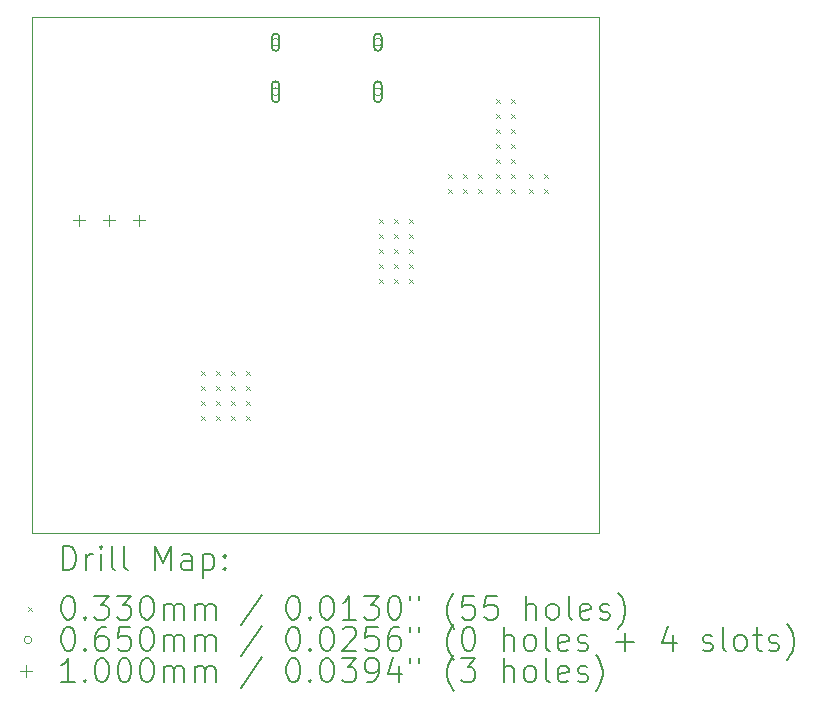
<source format=gbr>
%TF.GenerationSoftware,KiCad,Pcbnew,7.0.5*%
%TF.CreationDate,2024-02-25T22:18:29+02:00*%
%TF.ProjectId,WTP_receiver,5754505f-7265-4636-9569-7665722e6b69,rev?*%
%TF.SameCoordinates,Original*%
%TF.FileFunction,Drillmap*%
%TF.FilePolarity,Positive*%
%FSLAX45Y45*%
G04 Gerber Fmt 4.5, Leading zero omitted, Abs format (unit mm)*
G04 Created by KiCad (PCBNEW 7.0.5) date 2024-02-25 22:18:29*
%MOMM*%
%LPD*%
G01*
G04 APERTURE LIST*
%ADD10C,0.100000*%
%ADD11C,0.200000*%
%ADD12C,0.033020*%
%ADD13C,0.065000*%
G04 APERTURE END LIST*
D10*
X5700000Y-1642800D02*
X10500000Y-1642800D01*
X10500000Y-6004600D01*
X5700000Y-6004600D01*
X5700000Y-1642800D01*
D11*
D12*
X7127490Y-4633490D02*
X7160510Y-4666510D01*
X7160510Y-4633490D02*
X7127490Y-4666510D01*
X7127490Y-4760490D02*
X7160510Y-4793510D01*
X7160510Y-4760490D02*
X7127490Y-4793510D01*
X7127490Y-4887490D02*
X7160510Y-4920510D01*
X7160510Y-4887490D02*
X7127490Y-4920510D01*
X7127490Y-5014490D02*
X7160510Y-5047510D01*
X7160510Y-5014490D02*
X7127490Y-5047510D01*
X7254490Y-4633490D02*
X7287510Y-4666510D01*
X7287510Y-4633490D02*
X7254490Y-4666510D01*
X7254490Y-4760490D02*
X7287510Y-4793510D01*
X7287510Y-4760490D02*
X7254490Y-4793510D01*
X7254490Y-4887490D02*
X7287510Y-4920510D01*
X7287510Y-4887490D02*
X7254490Y-4920510D01*
X7254490Y-5014490D02*
X7287510Y-5047510D01*
X7287510Y-5014490D02*
X7254490Y-5047510D01*
X7381490Y-4633490D02*
X7414510Y-4666510D01*
X7414510Y-4633490D02*
X7381490Y-4666510D01*
X7381490Y-4760490D02*
X7414510Y-4793510D01*
X7414510Y-4760490D02*
X7381490Y-4793510D01*
X7381490Y-4887490D02*
X7414510Y-4920510D01*
X7414510Y-4887490D02*
X7381490Y-4920510D01*
X7381490Y-5014490D02*
X7414510Y-5047510D01*
X7414510Y-5014490D02*
X7381490Y-5047510D01*
X7508490Y-4633490D02*
X7541510Y-4666510D01*
X7541510Y-4633490D02*
X7508490Y-4666510D01*
X7508490Y-4760490D02*
X7541510Y-4793510D01*
X7541510Y-4760490D02*
X7508490Y-4793510D01*
X7508490Y-4887490D02*
X7541510Y-4920510D01*
X7541510Y-4887490D02*
X7508490Y-4920510D01*
X7508490Y-5014490D02*
X7541510Y-5047510D01*
X7541510Y-5014490D02*
X7508490Y-5047510D01*
X8631290Y-3351890D02*
X8664310Y-3384910D01*
X8664310Y-3351890D02*
X8631290Y-3384910D01*
X8631290Y-3478890D02*
X8664310Y-3511910D01*
X8664310Y-3478890D02*
X8631290Y-3511910D01*
X8631290Y-3605890D02*
X8664310Y-3638910D01*
X8664310Y-3605890D02*
X8631290Y-3638910D01*
X8631290Y-3732890D02*
X8664310Y-3765910D01*
X8664310Y-3732890D02*
X8631290Y-3765910D01*
X8631290Y-3859890D02*
X8664310Y-3892910D01*
X8664310Y-3859890D02*
X8631290Y-3892910D01*
X8758290Y-3351890D02*
X8791310Y-3384910D01*
X8791310Y-3351890D02*
X8758290Y-3384910D01*
X8758290Y-3478890D02*
X8791310Y-3511910D01*
X8791310Y-3478890D02*
X8758290Y-3511910D01*
X8758290Y-3605890D02*
X8791310Y-3638910D01*
X8791310Y-3605890D02*
X8758290Y-3638910D01*
X8758290Y-3732890D02*
X8791310Y-3765910D01*
X8791310Y-3732890D02*
X8758290Y-3765910D01*
X8758290Y-3859890D02*
X8791310Y-3892910D01*
X8791310Y-3859890D02*
X8758290Y-3892910D01*
X8885290Y-3351890D02*
X8918310Y-3384910D01*
X8918310Y-3351890D02*
X8885290Y-3384910D01*
X8885290Y-3478890D02*
X8918310Y-3511910D01*
X8918310Y-3478890D02*
X8885290Y-3511910D01*
X8885290Y-3605890D02*
X8918310Y-3638910D01*
X8918310Y-3605890D02*
X8885290Y-3638910D01*
X8885290Y-3732890D02*
X8918310Y-3765910D01*
X8918310Y-3732890D02*
X8885290Y-3765910D01*
X8885290Y-3859890D02*
X8918310Y-3892910D01*
X8918310Y-3859890D02*
X8885290Y-3892910D01*
X9215490Y-2970890D02*
X9248510Y-3003910D01*
X9248510Y-2970890D02*
X9215490Y-3003910D01*
X9215490Y-3097890D02*
X9248510Y-3130910D01*
X9248510Y-3097890D02*
X9215490Y-3130910D01*
X9342490Y-2970890D02*
X9375510Y-3003910D01*
X9375510Y-2970890D02*
X9342490Y-3003910D01*
X9342490Y-3097890D02*
X9375510Y-3130910D01*
X9375510Y-3097890D02*
X9342490Y-3130910D01*
X9469490Y-2970890D02*
X9502510Y-3003910D01*
X9502510Y-2970890D02*
X9469490Y-3003910D01*
X9469490Y-3097890D02*
X9502510Y-3130910D01*
X9502510Y-3097890D02*
X9469490Y-3130910D01*
X9621890Y-2335890D02*
X9654910Y-2368910D01*
X9654910Y-2335890D02*
X9621890Y-2368910D01*
X9621890Y-2462890D02*
X9654910Y-2495910D01*
X9654910Y-2462890D02*
X9621890Y-2495910D01*
X9621890Y-2589890D02*
X9654910Y-2622910D01*
X9654910Y-2589890D02*
X9621890Y-2622910D01*
X9621890Y-2716890D02*
X9654910Y-2749910D01*
X9654910Y-2716890D02*
X9621890Y-2749910D01*
X9621890Y-2843890D02*
X9654910Y-2876910D01*
X9654910Y-2843890D02*
X9621890Y-2876910D01*
X9621890Y-2970890D02*
X9654910Y-3003910D01*
X9654910Y-2970890D02*
X9621890Y-3003910D01*
X9621890Y-3097890D02*
X9654910Y-3130910D01*
X9654910Y-3097890D02*
X9621890Y-3130910D01*
X9748890Y-2335890D02*
X9781910Y-2368910D01*
X9781910Y-2335890D02*
X9748890Y-2368910D01*
X9748890Y-2462890D02*
X9781910Y-2495910D01*
X9781910Y-2462890D02*
X9748890Y-2495910D01*
X9748890Y-2589890D02*
X9781910Y-2622910D01*
X9781910Y-2589890D02*
X9748890Y-2622910D01*
X9748890Y-2716890D02*
X9781910Y-2749910D01*
X9781910Y-2716890D02*
X9748890Y-2749910D01*
X9748890Y-2843890D02*
X9781910Y-2876910D01*
X9781910Y-2843890D02*
X9748890Y-2876910D01*
X9748890Y-2970890D02*
X9781910Y-3003910D01*
X9781910Y-2970890D02*
X9748890Y-3003910D01*
X9748890Y-3097890D02*
X9781910Y-3130910D01*
X9781910Y-3097890D02*
X9748890Y-3130910D01*
X9901290Y-2970890D02*
X9934310Y-3003910D01*
X9934310Y-2970890D02*
X9901290Y-3003910D01*
X9901290Y-3097890D02*
X9934310Y-3130910D01*
X9934310Y-3097890D02*
X9901290Y-3130910D01*
X10028290Y-2970890D02*
X10061310Y-3003910D01*
X10061310Y-2970890D02*
X10028290Y-3003910D01*
X10028290Y-3097890D02*
X10061310Y-3130910D01*
X10061310Y-3097890D02*
X10028290Y-3130910D01*
D13*
X7791925Y-1852500D02*
G75*
G03*
X7791925Y-1852500I-32500J0D01*
G01*
D11*
X7791925Y-1893775D02*
X7791925Y-1811225D01*
X7791925Y-1811225D02*
G75*
G03*
X7726925Y-1811225I-32500J0D01*
G01*
X7726925Y-1811225D02*
X7726925Y-1893775D01*
X7726925Y-1893775D02*
G75*
G03*
X7791925Y-1893775I32500J0D01*
G01*
D13*
X7791925Y-2272500D02*
G75*
G03*
X7791925Y-2272500I-32500J0D01*
G01*
D11*
X7791925Y-2328775D02*
X7791925Y-2216225D01*
X7791925Y-2216225D02*
G75*
G03*
X7726925Y-2216225I-32500J0D01*
G01*
X7726925Y-2216225D02*
X7726925Y-2328775D01*
X7726925Y-2328775D02*
G75*
G03*
X7791925Y-2328775I32500J0D01*
G01*
D13*
X8656925Y-1852500D02*
G75*
G03*
X8656925Y-1852500I-32500J0D01*
G01*
D11*
X8656925Y-1893775D02*
X8656925Y-1811225D01*
X8656925Y-1811225D02*
G75*
G03*
X8591925Y-1811225I-32500J0D01*
G01*
X8591925Y-1811225D02*
X8591925Y-1893775D01*
X8591925Y-1893775D02*
G75*
G03*
X8656925Y-1893775I32500J0D01*
G01*
D13*
X8656925Y-2272500D02*
G75*
G03*
X8656925Y-2272500I-32500J0D01*
G01*
D11*
X8656925Y-2328775D02*
X8656925Y-2216225D01*
X8656925Y-2216225D02*
G75*
G03*
X8591925Y-2216225I-32500J0D01*
G01*
X8591925Y-2216225D02*
X8591925Y-2328775D01*
X8591925Y-2328775D02*
G75*
G03*
X8656925Y-2328775I32500J0D01*
G01*
D10*
X6096000Y-3312200D02*
X6096000Y-3412200D01*
X6046000Y-3362200D02*
X6146000Y-3362200D01*
X6350000Y-3312200D02*
X6350000Y-3412200D01*
X6300000Y-3362200D02*
X6400000Y-3362200D01*
X6604000Y-3312200D02*
X6604000Y-3412200D01*
X6554000Y-3362200D02*
X6654000Y-3362200D01*
D11*
X5955777Y-6321084D02*
X5955777Y-6121084D01*
X5955777Y-6121084D02*
X6003396Y-6121084D01*
X6003396Y-6121084D02*
X6031967Y-6130608D01*
X6031967Y-6130608D02*
X6051015Y-6149655D01*
X6051015Y-6149655D02*
X6060539Y-6168703D01*
X6060539Y-6168703D02*
X6070062Y-6206798D01*
X6070062Y-6206798D02*
X6070062Y-6235369D01*
X6070062Y-6235369D02*
X6060539Y-6273465D01*
X6060539Y-6273465D02*
X6051015Y-6292512D01*
X6051015Y-6292512D02*
X6031967Y-6311560D01*
X6031967Y-6311560D02*
X6003396Y-6321084D01*
X6003396Y-6321084D02*
X5955777Y-6321084D01*
X6155777Y-6321084D02*
X6155777Y-6187750D01*
X6155777Y-6225846D02*
X6165301Y-6206798D01*
X6165301Y-6206798D02*
X6174824Y-6197274D01*
X6174824Y-6197274D02*
X6193872Y-6187750D01*
X6193872Y-6187750D02*
X6212920Y-6187750D01*
X6279586Y-6321084D02*
X6279586Y-6187750D01*
X6279586Y-6121084D02*
X6270062Y-6130608D01*
X6270062Y-6130608D02*
X6279586Y-6140131D01*
X6279586Y-6140131D02*
X6289110Y-6130608D01*
X6289110Y-6130608D02*
X6279586Y-6121084D01*
X6279586Y-6121084D02*
X6279586Y-6140131D01*
X6403396Y-6321084D02*
X6384348Y-6311560D01*
X6384348Y-6311560D02*
X6374824Y-6292512D01*
X6374824Y-6292512D02*
X6374824Y-6121084D01*
X6508158Y-6321084D02*
X6489110Y-6311560D01*
X6489110Y-6311560D02*
X6479586Y-6292512D01*
X6479586Y-6292512D02*
X6479586Y-6121084D01*
X6736729Y-6321084D02*
X6736729Y-6121084D01*
X6736729Y-6121084D02*
X6803396Y-6263941D01*
X6803396Y-6263941D02*
X6870062Y-6121084D01*
X6870062Y-6121084D02*
X6870062Y-6321084D01*
X7051015Y-6321084D02*
X7051015Y-6216322D01*
X7051015Y-6216322D02*
X7041491Y-6197274D01*
X7041491Y-6197274D02*
X7022443Y-6187750D01*
X7022443Y-6187750D02*
X6984348Y-6187750D01*
X6984348Y-6187750D02*
X6965301Y-6197274D01*
X7051015Y-6311560D02*
X7031967Y-6321084D01*
X7031967Y-6321084D02*
X6984348Y-6321084D01*
X6984348Y-6321084D02*
X6965301Y-6311560D01*
X6965301Y-6311560D02*
X6955777Y-6292512D01*
X6955777Y-6292512D02*
X6955777Y-6273465D01*
X6955777Y-6273465D02*
X6965301Y-6254417D01*
X6965301Y-6254417D02*
X6984348Y-6244893D01*
X6984348Y-6244893D02*
X7031967Y-6244893D01*
X7031967Y-6244893D02*
X7051015Y-6235369D01*
X7146253Y-6187750D02*
X7146253Y-6387750D01*
X7146253Y-6197274D02*
X7165301Y-6187750D01*
X7165301Y-6187750D02*
X7203396Y-6187750D01*
X7203396Y-6187750D02*
X7222443Y-6197274D01*
X7222443Y-6197274D02*
X7231967Y-6206798D01*
X7231967Y-6206798D02*
X7241491Y-6225846D01*
X7241491Y-6225846D02*
X7241491Y-6282988D01*
X7241491Y-6282988D02*
X7231967Y-6302036D01*
X7231967Y-6302036D02*
X7222443Y-6311560D01*
X7222443Y-6311560D02*
X7203396Y-6321084D01*
X7203396Y-6321084D02*
X7165301Y-6321084D01*
X7165301Y-6321084D02*
X7146253Y-6311560D01*
X7327205Y-6302036D02*
X7336729Y-6311560D01*
X7336729Y-6311560D02*
X7327205Y-6321084D01*
X7327205Y-6321084D02*
X7317682Y-6311560D01*
X7317682Y-6311560D02*
X7327205Y-6302036D01*
X7327205Y-6302036D02*
X7327205Y-6321084D01*
X7327205Y-6197274D02*
X7336729Y-6206798D01*
X7336729Y-6206798D02*
X7327205Y-6216322D01*
X7327205Y-6216322D02*
X7317682Y-6206798D01*
X7317682Y-6206798D02*
X7327205Y-6197274D01*
X7327205Y-6197274D02*
X7327205Y-6216322D01*
D12*
X5661980Y-6633090D02*
X5695000Y-6666110D01*
X5695000Y-6633090D02*
X5661980Y-6666110D01*
D11*
X5993872Y-6541084D02*
X6012920Y-6541084D01*
X6012920Y-6541084D02*
X6031967Y-6550608D01*
X6031967Y-6550608D02*
X6041491Y-6560131D01*
X6041491Y-6560131D02*
X6051015Y-6579179D01*
X6051015Y-6579179D02*
X6060539Y-6617274D01*
X6060539Y-6617274D02*
X6060539Y-6664893D01*
X6060539Y-6664893D02*
X6051015Y-6702988D01*
X6051015Y-6702988D02*
X6041491Y-6722036D01*
X6041491Y-6722036D02*
X6031967Y-6731560D01*
X6031967Y-6731560D02*
X6012920Y-6741084D01*
X6012920Y-6741084D02*
X5993872Y-6741084D01*
X5993872Y-6741084D02*
X5974824Y-6731560D01*
X5974824Y-6731560D02*
X5965301Y-6722036D01*
X5965301Y-6722036D02*
X5955777Y-6702988D01*
X5955777Y-6702988D02*
X5946253Y-6664893D01*
X5946253Y-6664893D02*
X5946253Y-6617274D01*
X5946253Y-6617274D02*
X5955777Y-6579179D01*
X5955777Y-6579179D02*
X5965301Y-6560131D01*
X5965301Y-6560131D02*
X5974824Y-6550608D01*
X5974824Y-6550608D02*
X5993872Y-6541084D01*
X6146253Y-6722036D02*
X6155777Y-6731560D01*
X6155777Y-6731560D02*
X6146253Y-6741084D01*
X6146253Y-6741084D02*
X6136729Y-6731560D01*
X6136729Y-6731560D02*
X6146253Y-6722036D01*
X6146253Y-6722036D02*
X6146253Y-6741084D01*
X6222443Y-6541084D02*
X6346253Y-6541084D01*
X6346253Y-6541084D02*
X6279586Y-6617274D01*
X6279586Y-6617274D02*
X6308158Y-6617274D01*
X6308158Y-6617274D02*
X6327205Y-6626798D01*
X6327205Y-6626798D02*
X6336729Y-6636322D01*
X6336729Y-6636322D02*
X6346253Y-6655369D01*
X6346253Y-6655369D02*
X6346253Y-6702988D01*
X6346253Y-6702988D02*
X6336729Y-6722036D01*
X6336729Y-6722036D02*
X6327205Y-6731560D01*
X6327205Y-6731560D02*
X6308158Y-6741084D01*
X6308158Y-6741084D02*
X6251015Y-6741084D01*
X6251015Y-6741084D02*
X6231967Y-6731560D01*
X6231967Y-6731560D02*
X6222443Y-6722036D01*
X6412920Y-6541084D02*
X6536729Y-6541084D01*
X6536729Y-6541084D02*
X6470062Y-6617274D01*
X6470062Y-6617274D02*
X6498634Y-6617274D01*
X6498634Y-6617274D02*
X6517682Y-6626798D01*
X6517682Y-6626798D02*
X6527205Y-6636322D01*
X6527205Y-6636322D02*
X6536729Y-6655369D01*
X6536729Y-6655369D02*
X6536729Y-6702988D01*
X6536729Y-6702988D02*
X6527205Y-6722036D01*
X6527205Y-6722036D02*
X6517682Y-6731560D01*
X6517682Y-6731560D02*
X6498634Y-6741084D01*
X6498634Y-6741084D02*
X6441491Y-6741084D01*
X6441491Y-6741084D02*
X6422443Y-6731560D01*
X6422443Y-6731560D02*
X6412920Y-6722036D01*
X6660539Y-6541084D02*
X6679586Y-6541084D01*
X6679586Y-6541084D02*
X6698634Y-6550608D01*
X6698634Y-6550608D02*
X6708158Y-6560131D01*
X6708158Y-6560131D02*
X6717682Y-6579179D01*
X6717682Y-6579179D02*
X6727205Y-6617274D01*
X6727205Y-6617274D02*
X6727205Y-6664893D01*
X6727205Y-6664893D02*
X6717682Y-6702988D01*
X6717682Y-6702988D02*
X6708158Y-6722036D01*
X6708158Y-6722036D02*
X6698634Y-6731560D01*
X6698634Y-6731560D02*
X6679586Y-6741084D01*
X6679586Y-6741084D02*
X6660539Y-6741084D01*
X6660539Y-6741084D02*
X6641491Y-6731560D01*
X6641491Y-6731560D02*
X6631967Y-6722036D01*
X6631967Y-6722036D02*
X6622443Y-6702988D01*
X6622443Y-6702988D02*
X6612920Y-6664893D01*
X6612920Y-6664893D02*
X6612920Y-6617274D01*
X6612920Y-6617274D02*
X6622443Y-6579179D01*
X6622443Y-6579179D02*
X6631967Y-6560131D01*
X6631967Y-6560131D02*
X6641491Y-6550608D01*
X6641491Y-6550608D02*
X6660539Y-6541084D01*
X6812920Y-6741084D02*
X6812920Y-6607750D01*
X6812920Y-6626798D02*
X6822443Y-6617274D01*
X6822443Y-6617274D02*
X6841491Y-6607750D01*
X6841491Y-6607750D02*
X6870063Y-6607750D01*
X6870063Y-6607750D02*
X6889110Y-6617274D01*
X6889110Y-6617274D02*
X6898634Y-6636322D01*
X6898634Y-6636322D02*
X6898634Y-6741084D01*
X6898634Y-6636322D02*
X6908158Y-6617274D01*
X6908158Y-6617274D02*
X6927205Y-6607750D01*
X6927205Y-6607750D02*
X6955777Y-6607750D01*
X6955777Y-6607750D02*
X6974824Y-6617274D01*
X6974824Y-6617274D02*
X6984348Y-6636322D01*
X6984348Y-6636322D02*
X6984348Y-6741084D01*
X7079586Y-6741084D02*
X7079586Y-6607750D01*
X7079586Y-6626798D02*
X7089110Y-6617274D01*
X7089110Y-6617274D02*
X7108158Y-6607750D01*
X7108158Y-6607750D02*
X7136729Y-6607750D01*
X7136729Y-6607750D02*
X7155777Y-6617274D01*
X7155777Y-6617274D02*
X7165301Y-6636322D01*
X7165301Y-6636322D02*
X7165301Y-6741084D01*
X7165301Y-6636322D02*
X7174824Y-6617274D01*
X7174824Y-6617274D02*
X7193872Y-6607750D01*
X7193872Y-6607750D02*
X7222443Y-6607750D01*
X7222443Y-6607750D02*
X7241491Y-6617274D01*
X7241491Y-6617274D02*
X7251015Y-6636322D01*
X7251015Y-6636322D02*
X7251015Y-6741084D01*
X7641491Y-6531560D02*
X7470063Y-6788703D01*
X7898634Y-6541084D02*
X7917682Y-6541084D01*
X7917682Y-6541084D02*
X7936729Y-6550608D01*
X7936729Y-6550608D02*
X7946253Y-6560131D01*
X7946253Y-6560131D02*
X7955777Y-6579179D01*
X7955777Y-6579179D02*
X7965301Y-6617274D01*
X7965301Y-6617274D02*
X7965301Y-6664893D01*
X7965301Y-6664893D02*
X7955777Y-6702988D01*
X7955777Y-6702988D02*
X7946253Y-6722036D01*
X7946253Y-6722036D02*
X7936729Y-6731560D01*
X7936729Y-6731560D02*
X7917682Y-6741084D01*
X7917682Y-6741084D02*
X7898634Y-6741084D01*
X7898634Y-6741084D02*
X7879586Y-6731560D01*
X7879586Y-6731560D02*
X7870063Y-6722036D01*
X7870063Y-6722036D02*
X7860539Y-6702988D01*
X7860539Y-6702988D02*
X7851015Y-6664893D01*
X7851015Y-6664893D02*
X7851015Y-6617274D01*
X7851015Y-6617274D02*
X7860539Y-6579179D01*
X7860539Y-6579179D02*
X7870063Y-6560131D01*
X7870063Y-6560131D02*
X7879586Y-6550608D01*
X7879586Y-6550608D02*
X7898634Y-6541084D01*
X8051015Y-6722036D02*
X8060539Y-6731560D01*
X8060539Y-6731560D02*
X8051015Y-6741084D01*
X8051015Y-6741084D02*
X8041491Y-6731560D01*
X8041491Y-6731560D02*
X8051015Y-6722036D01*
X8051015Y-6722036D02*
X8051015Y-6741084D01*
X8184348Y-6541084D02*
X8203396Y-6541084D01*
X8203396Y-6541084D02*
X8222444Y-6550608D01*
X8222444Y-6550608D02*
X8231967Y-6560131D01*
X8231967Y-6560131D02*
X8241491Y-6579179D01*
X8241491Y-6579179D02*
X8251015Y-6617274D01*
X8251015Y-6617274D02*
X8251015Y-6664893D01*
X8251015Y-6664893D02*
X8241491Y-6702988D01*
X8241491Y-6702988D02*
X8231967Y-6722036D01*
X8231967Y-6722036D02*
X8222444Y-6731560D01*
X8222444Y-6731560D02*
X8203396Y-6741084D01*
X8203396Y-6741084D02*
X8184348Y-6741084D01*
X8184348Y-6741084D02*
X8165301Y-6731560D01*
X8165301Y-6731560D02*
X8155777Y-6722036D01*
X8155777Y-6722036D02*
X8146253Y-6702988D01*
X8146253Y-6702988D02*
X8136729Y-6664893D01*
X8136729Y-6664893D02*
X8136729Y-6617274D01*
X8136729Y-6617274D02*
X8146253Y-6579179D01*
X8146253Y-6579179D02*
X8155777Y-6560131D01*
X8155777Y-6560131D02*
X8165301Y-6550608D01*
X8165301Y-6550608D02*
X8184348Y-6541084D01*
X8441491Y-6741084D02*
X8327206Y-6741084D01*
X8384348Y-6741084D02*
X8384348Y-6541084D01*
X8384348Y-6541084D02*
X8365301Y-6569655D01*
X8365301Y-6569655D02*
X8346253Y-6588703D01*
X8346253Y-6588703D02*
X8327206Y-6598227D01*
X8508158Y-6541084D02*
X8631968Y-6541084D01*
X8631968Y-6541084D02*
X8565301Y-6617274D01*
X8565301Y-6617274D02*
X8593872Y-6617274D01*
X8593872Y-6617274D02*
X8612920Y-6626798D01*
X8612920Y-6626798D02*
X8622444Y-6636322D01*
X8622444Y-6636322D02*
X8631968Y-6655369D01*
X8631968Y-6655369D02*
X8631968Y-6702988D01*
X8631968Y-6702988D02*
X8622444Y-6722036D01*
X8622444Y-6722036D02*
X8612920Y-6731560D01*
X8612920Y-6731560D02*
X8593872Y-6741084D01*
X8593872Y-6741084D02*
X8536729Y-6741084D01*
X8536729Y-6741084D02*
X8517682Y-6731560D01*
X8517682Y-6731560D02*
X8508158Y-6722036D01*
X8755777Y-6541084D02*
X8774825Y-6541084D01*
X8774825Y-6541084D02*
X8793872Y-6550608D01*
X8793872Y-6550608D02*
X8803396Y-6560131D01*
X8803396Y-6560131D02*
X8812920Y-6579179D01*
X8812920Y-6579179D02*
X8822444Y-6617274D01*
X8822444Y-6617274D02*
X8822444Y-6664893D01*
X8822444Y-6664893D02*
X8812920Y-6702988D01*
X8812920Y-6702988D02*
X8803396Y-6722036D01*
X8803396Y-6722036D02*
X8793872Y-6731560D01*
X8793872Y-6731560D02*
X8774825Y-6741084D01*
X8774825Y-6741084D02*
X8755777Y-6741084D01*
X8755777Y-6741084D02*
X8736729Y-6731560D01*
X8736729Y-6731560D02*
X8727206Y-6722036D01*
X8727206Y-6722036D02*
X8717682Y-6702988D01*
X8717682Y-6702988D02*
X8708158Y-6664893D01*
X8708158Y-6664893D02*
X8708158Y-6617274D01*
X8708158Y-6617274D02*
X8717682Y-6579179D01*
X8717682Y-6579179D02*
X8727206Y-6560131D01*
X8727206Y-6560131D02*
X8736729Y-6550608D01*
X8736729Y-6550608D02*
X8755777Y-6541084D01*
X8898634Y-6541084D02*
X8898634Y-6579179D01*
X8974825Y-6541084D02*
X8974825Y-6579179D01*
X9270063Y-6817274D02*
X9260539Y-6807750D01*
X9260539Y-6807750D02*
X9241491Y-6779179D01*
X9241491Y-6779179D02*
X9231968Y-6760131D01*
X9231968Y-6760131D02*
X9222444Y-6731560D01*
X9222444Y-6731560D02*
X9212920Y-6683941D01*
X9212920Y-6683941D02*
X9212920Y-6645846D01*
X9212920Y-6645846D02*
X9222444Y-6598227D01*
X9222444Y-6598227D02*
X9231968Y-6569655D01*
X9231968Y-6569655D02*
X9241491Y-6550608D01*
X9241491Y-6550608D02*
X9260539Y-6522036D01*
X9260539Y-6522036D02*
X9270063Y-6512512D01*
X9441491Y-6541084D02*
X9346253Y-6541084D01*
X9346253Y-6541084D02*
X9336730Y-6636322D01*
X9336730Y-6636322D02*
X9346253Y-6626798D01*
X9346253Y-6626798D02*
X9365301Y-6617274D01*
X9365301Y-6617274D02*
X9412920Y-6617274D01*
X9412920Y-6617274D02*
X9431968Y-6626798D01*
X9431968Y-6626798D02*
X9441491Y-6636322D01*
X9441491Y-6636322D02*
X9451015Y-6655369D01*
X9451015Y-6655369D02*
X9451015Y-6702988D01*
X9451015Y-6702988D02*
X9441491Y-6722036D01*
X9441491Y-6722036D02*
X9431968Y-6731560D01*
X9431968Y-6731560D02*
X9412920Y-6741084D01*
X9412920Y-6741084D02*
X9365301Y-6741084D01*
X9365301Y-6741084D02*
X9346253Y-6731560D01*
X9346253Y-6731560D02*
X9336730Y-6722036D01*
X9631968Y-6541084D02*
X9536730Y-6541084D01*
X9536730Y-6541084D02*
X9527206Y-6636322D01*
X9527206Y-6636322D02*
X9536730Y-6626798D01*
X9536730Y-6626798D02*
X9555777Y-6617274D01*
X9555777Y-6617274D02*
X9603396Y-6617274D01*
X9603396Y-6617274D02*
X9622444Y-6626798D01*
X9622444Y-6626798D02*
X9631968Y-6636322D01*
X9631968Y-6636322D02*
X9641491Y-6655369D01*
X9641491Y-6655369D02*
X9641491Y-6702988D01*
X9641491Y-6702988D02*
X9631968Y-6722036D01*
X9631968Y-6722036D02*
X9622444Y-6731560D01*
X9622444Y-6731560D02*
X9603396Y-6741084D01*
X9603396Y-6741084D02*
X9555777Y-6741084D01*
X9555777Y-6741084D02*
X9536730Y-6731560D01*
X9536730Y-6731560D02*
X9527206Y-6722036D01*
X9879587Y-6741084D02*
X9879587Y-6541084D01*
X9965301Y-6741084D02*
X9965301Y-6636322D01*
X9965301Y-6636322D02*
X9955777Y-6617274D01*
X9955777Y-6617274D02*
X9936730Y-6607750D01*
X9936730Y-6607750D02*
X9908158Y-6607750D01*
X9908158Y-6607750D02*
X9889111Y-6617274D01*
X9889111Y-6617274D02*
X9879587Y-6626798D01*
X10089111Y-6741084D02*
X10070063Y-6731560D01*
X10070063Y-6731560D02*
X10060539Y-6722036D01*
X10060539Y-6722036D02*
X10051015Y-6702988D01*
X10051015Y-6702988D02*
X10051015Y-6645846D01*
X10051015Y-6645846D02*
X10060539Y-6626798D01*
X10060539Y-6626798D02*
X10070063Y-6617274D01*
X10070063Y-6617274D02*
X10089111Y-6607750D01*
X10089111Y-6607750D02*
X10117682Y-6607750D01*
X10117682Y-6607750D02*
X10136730Y-6617274D01*
X10136730Y-6617274D02*
X10146253Y-6626798D01*
X10146253Y-6626798D02*
X10155777Y-6645846D01*
X10155777Y-6645846D02*
X10155777Y-6702988D01*
X10155777Y-6702988D02*
X10146253Y-6722036D01*
X10146253Y-6722036D02*
X10136730Y-6731560D01*
X10136730Y-6731560D02*
X10117682Y-6741084D01*
X10117682Y-6741084D02*
X10089111Y-6741084D01*
X10270063Y-6741084D02*
X10251015Y-6731560D01*
X10251015Y-6731560D02*
X10241492Y-6712512D01*
X10241492Y-6712512D02*
X10241492Y-6541084D01*
X10422444Y-6731560D02*
X10403396Y-6741084D01*
X10403396Y-6741084D02*
X10365301Y-6741084D01*
X10365301Y-6741084D02*
X10346253Y-6731560D01*
X10346253Y-6731560D02*
X10336730Y-6712512D01*
X10336730Y-6712512D02*
X10336730Y-6636322D01*
X10336730Y-6636322D02*
X10346253Y-6617274D01*
X10346253Y-6617274D02*
X10365301Y-6607750D01*
X10365301Y-6607750D02*
X10403396Y-6607750D01*
X10403396Y-6607750D02*
X10422444Y-6617274D01*
X10422444Y-6617274D02*
X10431968Y-6636322D01*
X10431968Y-6636322D02*
X10431968Y-6655369D01*
X10431968Y-6655369D02*
X10336730Y-6674417D01*
X10508158Y-6731560D02*
X10527206Y-6741084D01*
X10527206Y-6741084D02*
X10565301Y-6741084D01*
X10565301Y-6741084D02*
X10584349Y-6731560D01*
X10584349Y-6731560D02*
X10593873Y-6712512D01*
X10593873Y-6712512D02*
X10593873Y-6702988D01*
X10593873Y-6702988D02*
X10584349Y-6683941D01*
X10584349Y-6683941D02*
X10565301Y-6674417D01*
X10565301Y-6674417D02*
X10536730Y-6674417D01*
X10536730Y-6674417D02*
X10517682Y-6664893D01*
X10517682Y-6664893D02*
X10508158Y-6645846D01*
X10508158Y-6645846D02*
X10508158Y-6636322D01*
X10508158Y-6636322D02*
X10517682Y-6617274D01*
X10517682Y-6617274D02*
X10536730Y-6607750D01*
X10536730Y-6607750D02*
X10565301Y-6607750D01*
X10565301Y-6607750D02*
X10584349Y-6617274D01*
X10660539Y-6817274D02*
X10670063Y-6807750D01*
X10670063Y-6807750D02*
X10689111Y-6779179D01*
X10689111Y-6779179D02*
X10698634Y-6760131D01*
X10698634Y-6760131D02*
X10708158Y-6731560D01*
X10708158Y-6731560D02*
X10717682Y-6683941D01*
X10717682Y-6683941D02*
X10717682Y-6645846D01*
X10717682Y-6645846D02*
X10708158Y-6598227D01*
X10708158Y-6598227D02*
X10698634Y-6569655D01*
X10698634Y-6569655D02*
X10689111Y-6550608D01*
X10689111Y-6550608D02*
X10670063Y-6522036D01*
X10670063Y-6522036D02*
X10660539Y-6512512D01*
D13*
X5695000Y-6913600D02*
G75*
G03*
X5695000Y-6913600I-32500J0D01*
G01*
D11*
X5993872Y-6805084D02*
X6012920Y-6805084D01*
X6012920Y-6805084D02*
X6031967Y-6814608D01*
X6031967Y-6814608D02*
X6041491Y-6824131D01*
X6041491Y-6824131D02*
X6051015Y-6843179D01*
X6051015Y-6843179D02*
X6060539Y-6881274D01*
X6060539Y-6881274D02*
X6060539Y-6928893D01*
X6060539Y-6928893D02*
X6051015Y-6966988D01*
X6051015Y-6966988D02*
X6041491Y-6986036D01*
X6041491Y-6986036D02*
X6031967Y-6995560D01*
X6031967Y-6995560D02*
X6012920Y-7005084D01*
X6012920Y-7005084D02*
X5993872Y-7005084D01*
X5993872Y-7005084D02*
X5974824Y-6995560D01*
X5974824Y-6995560D02*
X5965301Y-6986036D01*
X5965301Y-6986036D02*
X5955777Y-6966988D01*
X5955777Y-6966988D02*
X5946253Y-6928893D01*
X5946253Y-6928893D02*
X5946253Y-6881274D01*
X5946253Y-6881274D02*
X5955777Y-6843179D01*
X5955777Y-6843179D02*
X5965301Y-6824131D01*
X5965301Y-6824131D02*
X5974824Y-6814608D01*
X5974824Y-6814608D02*
X5993872Y-6805084D01*
X6146253Y-6986036D02*
X6155777Y-6995560D01*
X6155777Y-6995560D02*
X6146253Y-7005084D01*
X6146253Y-7005084D02*
X6136729Y-6995560D01*
X6136729Y-6995560D02*
X6146253Y-6986036D01*
X6146253Y-6986036D02*
X6146253Y-7005084D01*
X6327205Y-6805084D02*
X6289110Y-6805084D01*
X6289110Y-6805084D02*
X6270062Y-6814608D01*
X6270062Y-6814608D02*
X6260539Y-6824131D01*
X6260539Y-6824131D02*
X6241491Y-6852703D01*
X6241491Y-6852703D02*
X6231967Y-6890798D01*
X6231967Y-6890798D02*
X6231967Y-6966988D01*
X6231967Y-6966988D02*
X6241491Y-6986036D01*
X6241491Y-6986036D02*
X6251015Y-6995560D01*
X6251015Y-6995560D02*
X6270062Y-7005084D01*
X6270062Y-7005084D02*
X6308158Y-7005084D01*
X6308158Y-7005084D02*
X6327205Y-6995560D01*
X6327205Y-6995560D02*
X6336729Y-6986036D01*
X6336729Y-6986036D02*
X6346253Y-6966988D01*
X6346253Y-6966988D02*
X6346253Y-6919369D01*
X6346253Y-6919369D02*
X6336729Y-6900322D01*
X6336729Y-6900322D02*
X6327205Y-6890798D01*
X6327205Y-6890798D02*
X6308158Y-6881274D01*
X6308158Y-6881274D02*
X6270062Y-6881274D01*
X6270062Y-6881274D02*
X6251015Y-6890798D01*
X6251015Y-6890798D02*
X6241491Y-6900322D01*
X6241491Y-6900322D02*
X6231967Y-6919369D01*
X6527205Y-6805084D02*
X6431967Y-6805084D01*
X6431967Y-6805084D02*
X6422443Y-6900322D01*
X6422443Y-6900322D02*
X6431967Y-6890798D01*
X6431967Y-6890798D02*
X6451015Y-6881274D01*
X6451015Y-6881274D02*
X6498634Y-6881274D01*
X6498634Y-6881274D02*
X6517682Y-6890798D01*
X6517682Y-6890798D02*
X6527205Y-6900322D01*
X6527205Y-6900322D02*
X6536729Y-6919369D01*
X6536729Y-6919369D02*
X6536729Y-6966988D01*
X6536729Y-6966988D02*
X6527205Y-6986036D01*
X6527205Y-6986036D02*
X6517682Y-6995560D01*
X6517682Y-6995560D02*
X6498634Y-7005084D01*
X6498634Y-7005084D02*
X6451015Y-7005084D01*
X6451015Y-7005084D02*
X6431967Y-6995560D01*
X6431967Y-6995560D02*
X6422443Y-6986036D01*
X6660539Y-6805084D02*
X6679586Y-6805084D01*
X6679586Y-6805084D02*
X6698634Y-6814608D01*
X6698634Y-6814608D02*
X6708158Y-6824131D01*
X6708158Y-6824131D02*
X6717682Y-6843179D01*
X6717682Y-6843179D02*
X6727205Y-6881274D01*
X6727205Y-6881274D02*
X6727205Y-6928893D01*
X6727205Y-6928893D02*
X6717682Y-6966988D01*
X6717682Y-6966988D02*
X6708158Y-6986036D01*
X6708158Y-6986036D02*
X6698634Y-6995560D01*
X6698634Y-6995560D02*
X6679586Y-7005084D01*
X6679586Y-7005084D02*
X6660539Y-7005084D01*
X6660539Y-7005084D02*
X6641491Y-6995560D01*
X6641491Y-6995560D02*
X6631967Y-6986036D01*
X6631967Y-6986036D02*
X6622443Y-6966988D01*
X6622443Y-6966988D02*
X6612920Y-6928893D01*
X6612920Y-6928893D02*
X6612920Y-6881274D01*
X6612920Y-6881274D02*
X6622443Y-6843179D01*
X6622443Y-6843179D02*
X6631967Y-6824131D01*
X6631967Y-6824131D02*
X6641491Y-6814608D01*
X6641491Y-6814608D02*
X6660539Y-6805084D01*
X6812920Y-7005084D02*
X6812920Y-6871750D01*
X6812920Y-6890798D02*
X6822443Y-6881274D01*
X6822443Y-6881274D02*
X6841491Y-6871750D01*
X6841491Y-6871750D02*
X6870063Y-6871750D01*
X6870063Y-6871750D02*
X6889110Y-6881274D01*
X6889110Y-6881274D02*
X6898634Y-6900322D01*
X6898634Y-6900322D02*
X6898634Y-7005084D01*
X6898634Y-6900322D02*
X6908158Y-6881274D01*
X6908158Y-6881274D02*
X6927205Y-6871750D01*
X6927205Y-6871750D02*
X6955777Y-6871750D01*
X6955777Y-6871750D02*
X6974824Y-6881274D01*
X6974824Y-6881274D02*
X6984348Y-6900322D01*
X6984348Y-6900322D02*
X6984348Y-7005084D01*
X7079586Y-7005084D02*
X7079586Y-6871750D01*
X7079586Y-6890798D02*
X7089110Y-6881274D01*
X7089110Y-6881274D02*
X7108158Y-6871750D01*
X7108158Y-6871750D02*
X7136729Y-6871750D01*
X7136729Y-6871750D02*
X7155777Y-6881274D01*
X7155777Y-6881274D02*
X7165301Y-6900322D01*
X7165301Y-6900322D02*
X7165301Y-7005084D01*
X7165301Y-6900322D02*
X7174824Y-6881274D01*
X7174824Y-6881274D02*
X7193872Y-6871750D01*
X7193872Y-6871750D02*
X7222443Y-6871750D01*
X7222443Y-6871750D02*
X7241491Y-6881274D01*
X7241491Y-6881274D02*
X7251015Y-6900322D01*
X7251015Y-6900322D02*
X7251015Y-7005084D01*
X7641491Y-6795560D02*
X7470063Y-7052703D01*
X7898634Y-6805084D02*
X7917682Y-6805084D01*
X7917682Y-6805084D02*
X7936729Y-6814608D01*
X7936729Y-6814608D02*
X7946253Y-6824131D01*
X7946253Y-6824131D02*
X7955777Y-6843179D01*
X7955777Y-6843179D02*
X7965301Y-6881274D01*
X7965301Y-6881274D02*
X7965301Y-6928893D01*
X7965301Y-6928893D02*
X7955777Y-6966988D01*
X7955777Y-6966988D02*
X7946253Y-6986036D01*
X7946253Y-6986036D02*
X7936729Y-6995560D01*
X7936729Y-6995560D02*
X7917682Y-7005084D01*
X7917682Y-7005084D02*
X7898634Y-7005084D01*
X7898634Y-7005084D02*
X7879586Y-6995560D01*
X7879586Y-6995560D02*
X7870063Y-6986036D01*
X7870063Y-6986036D02*
X7860539Y-6966988D01*
X7860539Y-6966988D02*
X7851015Y-6928893D01*
X7851015Y-6928893D02*
X7851015Y-6881274D01*
X7851015Y-6881274D02*
X7860539Y-6843179D01*
X7860539Y-6843179D02*
X7870063Y-6824131D01*
X7870063Y-6824131D02*
X7879586Y-6814608D01*
X7879586Y-6814608D02*
X7898634Y-6805084D01*
X8051015Y-6986036D02*
X8060539Y-6995560D01*
X8060539Y-6995560D02*
X8051015Y-7005084D01*
X8051015Y-7005084D02*
X8041491Y-6995560D01*
X8041491Y-6995560D02*
X8051015Y-6986036D01*
X8051015Y-6986036D02*
X8051015Y-7005084D01*
X8184348Y-6805084D02*
X8203396Y-6805084D01*
X8203396Y-6805084D02*
X8222444Y-6814608D01*
X8222444Y-6814608D02*
X8231967Y-6824131D01*
X8231967Y-6824131D02*
X8241491Y-6843179D01*
X8241491Y-6843179D02*
X8251015Y-6881274D01*
X8251015Y-6881274D02*
X8251015Y-6928893D01*
X8251015Y-6928893D02*
X8241491Y-6966988D01*
X8241491Y-6966988D02*
X8231967Y-6986036D01*
X8231967Y-6986036D02*
X8222444Y-6995560D01*
X8222444Y-6995560D02*
X8203396Y-7005084D01*
X8203396Y-7005084D02*
X8184348Y-7005084D01*
X8184348Y-7005084D02*
X8165301Y-6995560D01*
X8165301Y-6995560D02*
X8155777Y-6986036D01*
X8155777Y-6986036D02*
X8146253Y-6966988D01*
X8146253Y-6966988D02*
X8136729Y-6928893D01*
X8136729Y-6928893D02*
X8136729Y-6881274D01*
X8136729Y-6881274D02*
X8146253Y-6843179D01*
X8146253Y-6843179D02*
X8155777Y-6824131D01*
X8155777Y-6824131D02*
X8165301Y-6814608D01*
X8165301Y-6814608D02*
X8184348Y-6805084D01*
X8327206Y-6824131D02*
X8336729Y-6814608D01*
X8336729Y-6814608D02*
X8355777Y-6805084D01*
X8355777Y-6805084D02*
X8403396Y-6805084D01*
X8403396Y-6805084D02*
X8422444Y-6814608D01*
X8422444Y-6814608D02*
X8431968Y-6824131D01*
X8431968Y-6824131D02*
X8441491Y-6843179D01*
X8441491Y-6843179D02*
X8441491Y-6862227D01*
X8441491Y-6862227D02*
X8431968Y-6890798D01*
X8431968Y-6890798D02*
X8317682Y-7005084D01*
X8317682Y-7005084D02*
X8441491Y-7005084D01*
X8622444Y-6805084D02*
X8527206Y-6805084D01*
X8527206Y-6805084D02*
X8517682Y-6900322D01*
X8517682Y-6900322D02*
X8527206Y-6890798D01*
X8527206Y-6890798D02*
X8546253Y-6881274D01*
X8546253Y-6881274D02*
X8593872Y-6881274D01*
X8593872Y-6881274D02*
X8612920Y-6890798D01*
X8612920Y-6890798D02*
X8622444Y-6900322D01*
X8622444Y-6900322D02*
X8631968Y-6919369D01*
X8631968Y-6919369D02*
X8631968Y-6966988D01*
X8631968Y-6966988D02*
X8622444Y-6986036D01*
X8622444Y-6986036D02*
X8612920Y-6995560D01*
X8612920Y-6995560D02*
X8593872Y-7005084D01*
X8593872Y-7005084D02*
X8546253Y-7005084D01*
X8546253Y-7005084D02*
X8527206Y-6995560D01*
X8527206Y-6995560D02*
X8517682Y-6986036D01*
X8803396Y-6805084D02*
X8765301Y-6805084D01*
X8765301Y-6805084D02*
X8746253Y-6814608D01*
X8746253Y-6814608D02*
X8736729Y-6824131D01*
X8736729Y-6824131D02*
X8717682Y-6852703D01*
X8717682Y-6852703D02*
X8708158Y-6890798D01*
X8708158Y-6890798D02*
X8708158Y-6966988D01*
X8708158Y-6966988D02*
X8717682Y-6986036D01*
X8717682Y-6986036D02*
X8727206Y-6995560D01*
X8727206Y-6995560D02*
X8746253Y-7005084D01*
X8746253Y-7005084D02*
X8784349Y-7005084D01*
X8784349Y-7005084D02*
X8803396Y-6995560D01*
X8803396Y-6995560D02*
X8812920Y-6986036D01*
X8812920Y-6986036D02*
X8822444Y-6966988D01*
X8822444Y-6966988D02*
X8822444Y-6919369D01*
X8822444Y-6919369D02*
X8812920Y-6900322D01*
X8812920Y-6900322D02*
X8803396Y-6890798D01*
X8803396Y-6890798D02*
X8784349Y-6881274D01*
X8784349Y-6881274D02*
X8746253Y-6881274D01*
X8746253Y-6881274D02*
X8727206Y-6890798D01*
X8727206Y-6890798D02*
X8717682Y-6900322D01*
X8717682Y-6900322D02*
X8708158Y-6919369D01*
X8898634Y-6805084D02*
X8898634Y-6843179D01*
X8974825Y-6805084D02*
X8974825Y-6843179D01*
X9270063Y-7081274D02*
X9260539Y-7071750D01*
X9260539Y-7071750D02*
X9241491Y-7043179D01*
X9241491Y-7043179D02*
X9231968Y-7024131D01*
X9231968Y-7024131D02*
X9222444Y-6995560D01*
X9222444Y-6995560D02*
X9212920Y-6947941D01*
X9212920Y-6947941D02*
X9212920Y-6909846D01*
X9212920Y-6909846D02*
X9222444Y-6862227D01*
X9222444Y-6862227D02*
X9231968Y-6833655D01*
X9231968Y-6833655D02*
X9241491Y-6814608D01*
X9241491Y-6814608D02*
X9260539Y-6786036D01*
X9260539Y-6786036D02*
X9270063Y-6776512D01*
X9384349Y-6805084D02*
X9403396Y-6805084D01*
X9403396Y-6805084D02*
X9422444Y-6814608D01*
X9422444Y-6814608D02*
X9431968Y-6824131D01*
X9431968Y-6824131D02*
X9441491Y-6843179D01*
X9441491Y-6843179D02*
X9451015Y-6881274D01*
X9451015Y-6881274D02*
X9451015Y-6928893D01*
X9451015Y-6928893D02*
X9441491Y-6966988D01*
X9441491Y-6966988D02*
X9431968Y-6986036D01*
X9431968Y-6986036D02*
X9422444Y-6995560D01*
X9422444Y-6995560D02*
X9403396Y-7005084D01*
X9403396Y-7005084D02*
X9384349Y-7005084D01*
X9384349Y-7005084D02*
X9365301Y-6995560D01*
X9365301Y-6995560D02*
X9355777Y-6986036D01*
X9355777Y-6986036D02*
X9346253Y-6966988D01*
X9346253Y-6966988D02*
X9336730Y-6928893D01*
X9336730Y-6928893D02*
X9336730Y-6881274D01*
X9336730Y-6881274D02*
X9346253Y-6843179D01*
X9346253Y-6843179D02*
X9355777Y-6824131D01*
X9355777Y-6824131D02*
X9365301Y-6814608D01*
X9365301Y-6814608D02*
X9384349Y-6805084D01*
X9689111Y-7005084D02*
X9689111Y-6805084D01*
X9774825Y-7005084D02*
X9774825Y-6900322D01*
X9774825Y-6900322D02*
X9765301Y-6881274D01*
X9765301Y-6881274D02*
X9746253Y-6871750D01*
X9746253Y-6871750D02*
X9717682Y-6871750D01*
X9717682Y-6871750D02*
X9698634Y-6881274D01*
X9698634Y-6881274D02*
X9689111Y-6890798D01*
X9898634Y-7005084D02*
X9879587Y-6995560D01*
X9879587Y-6995560D02*
X9870063Y-6986036D01*
X9870063Y-6986036D02*
X9860539Y-6966988D01*
X9860539Y-6966988D02*
X9860539Y-6909846D01*
X9860539Y-6909846D02*
X9870063Y-6890798D01*
X9870063Y-6890798D02*
X9879587Y-6881274D01*
X9879587Y-6881274D02*
X9898634Y-6871750D01*
X9898634Y-6871750D02*
X9927206Y-6871750D01*
X9927206Y-6871750D02*
X9946253Y-6881274D01*
X9946253Y-6881274D02*
X9955777Y-6890798D01*
X9955777Y-6890798D02*
X9965301Y-6909846D01*
X9965301Y-6909846D02*
X9965301Y-6966988D01*
X9965301Y-6966988D02*
X9955777Y-6986036D01*
X9955777Y-6986036D02*
X9946253Y-6995560D01*
X9946253Y-6995560D02*
X9927206Y-7005084D01*
X9927206Y-7005084D02*
X9898634Y-7005084D01*
X10079587Y-7005084D02*
X10060539Y-6995560D01*
X10060539Y-6995560D02*
X10051015Y-6976512D01*
X10051015Y-6976512D02*
X10051015Y-6805084D01*
X10231968Y-6995560D02*
X10212920Y-7005084D01*
X10212920Y-7005084D02*
X10174825Y-7005084D01*
X10174825Y-7005084D02*
X10155777Y-6995560D01*
X10155777Y-6995560D02*
X10146253Y-6976512D01*
X10146253Y-6976512D02*
X10146253Y-6900322D01*
X10146253Y-6900322D02*
X10155777Y-6881274D01*
X10155777Y-6881274D02*
X10174825Y-6871750D01*
X10174825Y-6871750D02*
X10212920Y-6871750D01*
X10212920Y-6871750D02*
X10231968Y-6881274D01*
X10231968Y-6881274D02*
X10241492Y-6900322D01*
X10241492Y-6900322D02*
X10241492Y-6919369D01*
X10241492Y-6919369D02*
X10146253Y-6938417D01*
X10317682Y-6995560D02*
X10336730Y-7005084D01*
X10336730Y-7005084D02*
X10374825Y-7005084D01*
X10374825Y-7005084D02*
X10393873Y-6995560D01*
X10393873Y-6995560D02*
X10403396Y-6976512D01*
X10403396Y-6976512D02*
X10403396Y-6966988D01*
X10403396Y-6966988D02*
X10393873Y-6947941D01*
X10393873Y-6947941D02*
X10374825Y-6938417D01*
X10374825Y-6938417D02*
X10346253Y-6938417D01*
X10346253Y-6938417D02*
X10327206Y-6928893D01*
X10327206Y-6928893D02*
X10317682Y-6909846D01*
X10317682Y-6909846D02*
X10317682Y-6900322D01*
X10317682Y-6900322D02*
X10327206Y-6881274D01*
X10327206Y-6881274D02*
X10346253Y-6871750D01*
X10346253Y-6871750D02*
X10374825Y-6871750D01*
X10374825Y-6871750D02*
X10393873Y-6881274D01*
X10641492Y-6928893D02*
X10793873Y-6928893D01*
X10717682Y-7005084D02*
X10717682Y-6852703D01*
X11127206Y-6871750D02*
X11127206Y-7005084D01*
X11079587Y-6795560D02*
X11031968Y-6938417D01*
X11031968Y-6938417D02*
X11155777Y-6938417D01*
X11374825Y-6995560D02*
X11393873Y-7005084D01*
X11393873Y-7005084D02*
X11431968Y-7005084D01*
X11431968Y-7005084D02*
X11451015Y-6995560D01*
X11451015Y-6995560D02*
X11460539Y-6976512D01*
X11460539Y-6976512D02*
X11460539Y-6966988D01*
X11460539Y-6966988D02*
X11451015Y-6947941D01*
X11451015Y-6947941D02*
X11431968Y-6938417D01*
X11431968Y-6938417D02*
X11403396Y-6938417D01*
X11403396Y-6938417D02*
X11384349Y-6928893D01*
X11384349Y-6928893D02*
X11374825Y-6909846D01*
X11374825Y-6909846D02*
X11374825Y-6900322D01*
X11374825Y-6900322D02*
X11384349Y-6881274D01*
X11384349Y-6881274D02*
X11403396Y-6871750D01*
X11403396Y-6871750D02*
X11431968Y-6871750D01*
X11431968Y-6871750D02*
X11451015Y-6881274D01*
X11574825Y-7005084D02*
X11555777Y-6995560D01*
X11555777Y-6995560D02*
X11546254Y-6976512D01*
X11546254Y-6976512D02*
X11546254Y-6805084D01*
X11679587Y-7005084D02*
X11660539Y-6995560D01*
X11660539Y-6995560D02*
X11651015Y-6986036D01*
X11651015Y-6986036D02*
X11641492Y-6966988D01*
X11641492Y-6966988D02*
X11641492Y-6909846D01*
X11641492Y-6909846D02*
X11651015Y-6890798D01*
X11651015Y-6890798D02*
X11660539Y-6881274D01*
X11660539Y-6881274D02*
X11679587Y-6871750D01*
X11679587Y-6871750D02*
X11708158Y-6871750D01*
X11708158Y-6871750D02*
X11727206Y-6881274D01*
X11727206Y-6881274D02*
X11736730Y-6890798D01*
X11736730Y-6890798D02*
X11746254Y-6909846D01*
X11746254Y-6909846D02*
X11746254Y-6966988D01*
X11746254Y-6966988D02*
X11736730Y-6986036D01*
X11736730Y-6986036D02*
X11727206Y-6995560D01*
X11727206Y-6995560D02*
X11708158Y-7005084D01*
X11708158Y-7005084D02*
X11679587Y-7005084D01*
X11803396Y-6871750D02*
X11879587Y-6871750D01*
X11831968Y-6805084D02*
X11831968Y-6976512D01*
X11831968Y-6976512D02*
X11841492Y-6995560D01*
X11841492Y-6995560D02*
X11860539Y-7005084D01*
X11860539Y-7005084D02*
X11879587Y-7005084D01*
X11936730Y-6995560D02*
X11955777Y-7005084D01*
X11955777Y-7005084D02*
X11993873Y-7005084D01*
X11993873Y-7005084D02*
X12012920Y-6995560D01*
X12012920Y-6995560D02*
X12022444Y-6976512D01*
X12022444Y-6976512D02*
X12022444Y-6966988D01*
X12022444Y-6966988D02*
X12012920Y-6947941D01*
X12012920Y-6947941D02*
X11993873Y-6938417D01*
X11993873Y-6938417D02*
X11965301Y-6938417D01*
X11965301Y-6938417D02*
X11946254Y-6928893D01*
X11946254Y-6928893D02*
X11936730Y-6909846D01*
X11936730Y-6909846D02*
X11936730Y-6900322D01*
X11936730Y-6900322D02*
X11946254Y-6881274D01*
X11946254Y-6881274D02*
X11965301Y-6871750D01*
X11965301Y-6871750D02*
X11993873Y-6871750D01*
X11993873Y-6871750D02*
X12012920Y-6881274D01*
X12089111Y-7081274D02*
X12098635Y-7071750D01*
X12098635Y-7071750D02*
X12117682Y-7043179D01*
X12117682Y-7043179D02*
X12127206Y-7024131D01*
X12127206Y-7024131D02*
X12136730Y-6995560D01*
X12136730Y-6995560D02*
X12146254Y-6947941D01*
X12146254Y-6947941D02*
X12146254Y-6909846D01*
X12146254Y-6909846D02*
X12136730Y-6862227D01*
X12136730Y-6862227D02*
X12127206Y-6833655D01*
X12127206Y-6833655D02*
X12117682Y-6814608D01*
X12117682Y-6814608D02*
X12098635Y-6786036D01*
X12098635Y-6786036D02*
X12089111Y-6776512D01*
D10*
X5645000Y-7127600D02*
X5645000Y-7227600D01*
X5595000Y-7177600D02*
X5695000Y-7177600D01*
D11*
X6060539Y-7269084D02*
X5946253Y-7269084D01*
X6003396Y-7269084D02*
X6003396Y-7069084D01*
X6003396Y-7069084D02*
X5984348Y-7097655D01*
X5984348Y-7097655D02*
X5965301Y-7116703D01*
X5965301Y-7116703D02*
X5946253Y-7126227D01*
X6146253Y-7250036D02*
X6155777Y-7259560D01*
X6155777Y-7259560D02*
X6146253Y-7269084D01*
X6146253Y-7269084D02*
X6136729Y-7259560D01*
X6136729Y-7259560D02*
X6146253Y-7250036D01*
X6146253Y-7250036D02*
X6146253Y-7269084D01*
X6279586Y-7069084D02*
X6298634Y-7069084D01*
X6298634Y-7069084D02*
X6317682Y-7078608D01*
X6317682Y-7078608D02*
X6327205Y-7088131D01*
X6327205Y-7088131D02*
X6336729Y-7107179D01*
X6336729Y-7107179D02*
X6346253Y-7145274D01*
X6346253Y-7145274D02*
X6346253Y-7192893D01*
X6346253Y-7192893D02*
X6336729Y-7230988D01*
X6336729Y-7230988D02*
X6327205Y-7250036D01*
X6327205Y-7250036D02*
X6317682Y-7259560D01*
X6317682Y-7259560D02*
X6298634Y-7269084D01*
X6298634Y-7269084D02*
X6279586Y-7269084D01*
X6279586Y-7269084D02*
X6260539Y-7259560D01*
X6260539Y-7259560D02*
X6251015Y-7250036D01*
X6251015Y-7250036D02*
X6241491Y-7230988D01*
X6241491Y-7230988D02*
X6231967Y-7192893D01*
X6231967Y-7192893D02*
X6231967Y-7145274D01*
X6231967Y-7145274D02*
X6241491Y-7107179D01*
X6241491Y-7107179D02*
X6251015Y-7088131D01*
X6251015Y-7088131D02*
X6260539Y-7078608D01*
X6260539Y-7078608D02*
X6279586Y-7069084D01*
X6470062Y-7069084D02*
X6489110Y-7069084D01*
X6489110Y-7069084D02*
X6508158Y-7078608D01*
X6508158Y-7078608D02*
X6517682Y-7088131D01*
X6517682Y-7088131D02*
X6527205Y-7107179D01*
X6527205Y-7107179D02*
X6536729Y-7145274D01*
X6536729Y-7145274D02*
X6536729Y-7192893D01*
X6536729Y-7192893D02*
X6527205Y-7230988D01*
X6527205Y-7230988D02*
X6517682Y-7250036D01*
X6517682Y-7250036D02*
X6508158Y-7259560D01*
X6508158Y-7259560D02*
X6489110Y-7269084D01*
X6489110Y-7269084D02*
X6470062Y-7269084D01*
X6470062Y-7269084D02*
X6451015Y-7259560D01*
X6451015Y-7259560D02*
X6441491Y-7250036D01*
X6441491Y-7250036D02*
X6431967Y-7230988D01*
X6431967Y-7230988D02*
X6422443Y-7192893D01*
X6422443Y-7192893D02*
X6422443Y-7145274D01*
X6422443Y-7145274D02*
X6431967Y-7107179D01*
X6431967Y-7107179D02*
X6441491Y-7088131D01*
X6441491Y-7088131D02*
X6451015Y-7078608D01*
X6451015Y-7078608D02*
X6470062Y-7069084D01*
X6660539Y-7069084D02*
X6679586Y-7069084D01*
X6679586Y-7069084D02*
X6698634Y-7078608D01*
X6698634Y-7078608D02*
X6708158Y-7088131D01*
X6708158Y-7088131D02*
X6717682Y-7107179D01*
X6717682Y-7107179D02*
X6727205Y-7145274D01*
X6727205Y-7145274D02*
X6727205Y-7192893D01*
X6727205Y-7192893D02*
X6717682Y-7230988D01*
X6717682Y-7230988D02*
X6708158Y-7250036D01*
X6708158Y-7250036D02*
X6698634Y-7259560D01*
X6698634Y-7259560D02*
X6679586Y-7269084D01*
X6679586Y-7269084D02*
X6660539Y-7269084D01*
X6660539Y-7269084D02*
X6641491Y-7259560D01*
X6641491Y-7259560D02*
X6631967Y-7250036D01*
X6631967Y-7250036D02*
X6622443Y-7230988D01*
X6622443Y-7230988D02*
X6612920Y-7192893D01*
X6612920Y-7192893D02*
X6612920Y-7145274D01*
X6612920Y-7145274D02*
X6622443Y-7107179D01*
X6622443Y-7107179D02*
X6631967Y-7088131D01*
X6631967Y-7088131D02*
X6641491Y-7078608D01*
X6641491Y-7078608D02*
X6660539Y-7069084D01*
X6812920Y-7269084D02*
X6812920Y-7135750D01*
X6812920Y-7154798D02*
X6822443Y-7145274D01*
X6822443Y-7145274D02*
X6841491Y-7135750D01*
X6841491Y-7135750D02*
X6870063Y-7135750D01*
X6870063Y-7135750D02*
X6889110Y-7145274D01*
X6889110Y-7145274D02*
X6898634Y-7164322D01*
X6898634Y-7164322D02*
X6898634Y-7269084D01*
X6898634Y-7164322D02*
X6908158Y-7145274D01*
X6908158Y-7145274D02*
X6927205Y-7135750D01*
X6927205Y-7135750D02*
X6955777Y-7135750D01*
X6955777Y-7135750D02*
X6974824Y-7145274D01*
X6974824Y-7145274D02*
X6984348Y-7164322D01*
X6984348Y-7164322D02*
X6984348Y-7269084D01*
X7079586Y-7269084D02*
X7079586Y-7135750D01*
X7079586Y-7154798D02*
X7089110Y-7145274D01*
X7089110Y-7145274D02*
X7108158Y-7135750D01*
X7108158Y-7135750D02*
X7136729Y-7135750D01*
X7136729Y-7135750D02*
X7155777Y-7145274D01*
X7155777Y-7145274D02*
X7165301Y-7164322D01*
X7165301Y-7164322D02*
X7165301Y-7269084D01*
X7165301Y-7164322D02*
X7174824Y-7145274D01*
X7174824Y-7145274D02*
X7193872Y-7135750D01*
X7193872Y-7135750D02*
X7222443Y-7135750D01*
X7222443Y-7135750D02*
X7241491Y-7145274D01*
X7241491Y-7145274D02*
X7251015Y-7164322D01*
X7251015Y-7164322D02*
X7251015Y-7269084D01*
X7641491Y-7059560D02*
X7470063Y-7316703D01*
X7898634Y-7069084D02*
X7917682Y-7069084D01*
X7917682Y-7069084D02*
X7936729Y-7078608D01*
X7936729Y-7078608D02*
X7946253Y-7088131D01*
X7946253Y-7088131D02*
X7955777Y-7107179D01*
X7955777Y-7107179D02*
X7965301Y-7145274D01*
X7965301Y-7145274D02*
X7965301Y-7192893D01*
X7965301Y-7192893D02*
X7955777Y-7230988D01*
X7955777Y-7230988D02*
X7946253Y-7250036D01*
X7946253Y-7250036D02*
X7936729Y-7259560D01*
X7936729Y-7259560D02*
X7917682Y-7269084D01*
X7917682Y-7269084D02*
X7898634Y-7269084D01*
X7898634Y-7269084D02*
X7879586Y-7259560D01*
X7879586Y-7259560D02*
X7870063Y-7250036D01*
X7870063Y-7250036D02*
X7860539Y-7230988D01*
X7860539Y-7230988D02*
X7851015Y-7192893D01*
X7851015Y-7192893D02*
X7851015Y-7145274D01*
X7851015Y-7145274D02*
X7860539Y-7107179D01*
X7860539Y-7107179D02*
X7870063Y-7088131D01*
X7870063Y-7088131D02*
X7879586Y-7078608D01*
X7879586Y-7078608D02*
X7898634Y-7069084D01*
X8051015Y-7250036D02*
X8060539Y-7259560D01*
X8060539Y-7259560D02*
X8051015Y-7269084D01*
X8051015Y-7269084D02*
X8041491Y-7259560D01*
X8041491Y-7259560D02*
X8051015Y-7250036D01*
X8051015Y-7250036D02*
X8051015Y-7269084D01*
X8184348Y-7069084D02*
X8203396Y-7069084D01*
X8203396Y-7069084D02*
X8222444Y-7078608D01*
X8222444Y-7078608D02*
X8231967Y-7088131D01*
X8231967Y-7088131D02*
X8241491Y-7107179D01*
X8241491Y-7107179D02*
X8251015Y-7145274D01*
X8251015Y-7145274D02*
X8251015Y-7192893D01*
X8251015Y-7192893D02*
X8241491Y-7230988D01*
X8241491Y-7230988D02*
X8231967Y-7250036D01*
X8231967Y-7250036D02*
X8222444Y-7259560D01*
X8222444Y-7259560D02*
X8203396Y-7269084D01*
X8203396Y-7269084D02*
X8184348Y-7269084D01*
X8184348Y-7269084D02*
X8165301Y-7259560D01*
X8165301Y-7259560D02*
X8155777Y-7250036D01*
X8155777Y-7250036D02*
X8146253Y-7230988D01*
X8146253Y-7230988D02*
X8136729Y-7192893D01*
X8136729Y-7192893D02*
X8136729Y-7145274D01*
X8136729Y-7145274D02*
X8146253Y-7107179D01*
X8146253Y-7107179D02*
X8155777Y-7088131D01*
X8155777Y-7088131D02*
X8165301Y-7078608D01*
X8165301Y-7078608D02*
X8184348Y-7069084D01*
X8317682Y-7069084D02*
X8441491Y-7069084D01*
X8441491Y-7069084D02*
X8374825Y-7145274D01*
X8374825Y-7145274D02*
X8403396Y-7145274D01*
X8403396Y-7145274D02*
X8422444Y-7154798D01*
X8422444Y-7154798D02*
X8431968Y-7164322D01*
X8431968Y-7164322D02*
X8441491Y-7183369D01*
X8441491Y-7183369D02*
X8441491Y-7230988D01*
X8441491Y-7230988D02*
X8431968Y-7250036D01*
X8431968Y-7250036D02*
X8422444Y-7259560D01*
X8422444Y-7259560D02*
X8403396Y-7269084D01*
X8403396Y-7269084D02*
X8346253Y-7269084D01*
X8346253Y-7269084D02*
X8327206Y-7259560D01*
X8327206Y-7259560D02*
X8317682Y-7250036D01*
X8536729Y-7269084D02*
X8574825Y-7269084D01*
X8574825Y-7269084D02*
X8593872Y-7259560D01*
X8593872Y-7259560D02*
X8603396Y-7250036D01*
X8603396Y-7250036D02*
X8622444Y-7221465D01*
X8622444Y-7221465D02*
X8631968Y-7183369D01*
X8631968Y-7183369D02*
X8631968Y-7107179D01*
X8631968Y-7107179D02*
X8622444Y-7088131D01*
X8622444Y-7088131D02*
X8612920Y-7078608D01*
X8612920Y-7078608D02*
X8593872Y-7069084D01*
X8593872Y-7069084D02*
X8555777Y-7069084D01*
X8555777Y-7069084D02*
X8536729Y-7078608D01*
X8536729Y-7078608D02*
X8527206Y-7088131D01*
X8527206Y-7088131D02*
X8517682Y-7107179D01*
X8517682Y-7107179D02*
X8517682Y-7154798D01*
X8517682Y-7154798D02*
X8527206Y-7173846D01*
X8527206Y-7173846D02*
X8536729Y-7183369D01*
X8536729Y-7183369D02*
X8555777Y-7192893D01*
X8555777Y-7192893D02*
X8593872Y-7192893D01*
X8593872Y-7192893D02*
X8612920Y-7183369D01*
X8612920Y-7183369D02*
X8622444Y-7173846D01*
X8622444Y-7173846D02*
X8631968Y-7154798D01*
X8803396Y-7135750D02*
X8803396Y-7269084D01*
X8755777Y-7059560D02*
X8708158Y-7202417D01*
X8708158Y-7202417D02*
X8831968Y-7202417D01*
X8898634Y-7069084D02*
X8898634Y-7107179D01*
X8974825Y-7069084D02*
X8974825Y-7107179D01*
X9270063Y-7345274D02*
X9260539Y-7335750D01*
X9260539Y-7335750D02*
X9241491Y-7307179D01*
X9241491Y-7307179D02*
X9231968Y-7288131D01*
X9231968Y-7288131D02*
X9222444Y-7259560D01*
X9222444Y-7259560D02*
X9212920Y-7211941D01*
X9212920Y-7211941D02*
X9212920Y-7173846D01*
X9212920Y-7173846D02*
X9222444Y-7126227D01*
X9222444Y-7126227D02*
X9231968Y-7097655D01*
X9231968Y-7097655D02*
X9241491Y-7078608D01*
X9241491Y-7078608D02*
X9260539Y-7050036D01*
X9260539Y-7050036D02*
X9270063Y-7040512D01*
X9327206Y-7069084D02*
X9451015Y-7069084D01*
X9451015Y-7069084D02*
X9384349Y-7145274D01*
X9384349Y-7145274D02*
X9412920Y-7145274D01*
X9412920Y-7145274D02*
X9431968Y-7154798D01*
X9431968Y-7154798D02*
X9441491Y-7164322D01*
X9441491Y-7164322D02*
X9451015Y-7183369D01*
X9451015Y-7183369D02*
X9451015Y-7230988D01*
X9451015Y-7230988D02*
X9441491Y-7250036D01*
X9441491Y-7250036D02*
X9431968Y-7259560D01*
X9431968Y-7259560D02*
X9412920Y-7269084D01*
X9412920Y-7269084D02*
X9355777Y-7269084D01*
X9355777Y-7269084D02*
X9336730Y-7259560D01*
X9336730Y-7259560D02*
X9327206Y-7250036D01*
X9689111Y-7269084D02*
X9689111Y-7069084D01*
X9774825Y-7269084D02*
X9774825Y-7164322D01*
X9774825Y-7164322D02*
X9765301Y-7145274D01*
X9765301Y-7145274D02*
X9746253Y-7135750D01*
X9746253Y-7135750D02*
X9717682Y-7135750D01*
X9717682Y-7135750D02*
X9698634Y-7145274D01*
X9698634Y-7145274D02*
X9689111Y-7154798D01*
X9898634Y-7269084D02*
X9879587Y-7259560D01*
X9879587Y-7259560D02*
X9870063Y-7250036D01*
X9870063Y-7250036D02*
X9860539Y-7230988D01*
X9860539Y-7230988D02*
X9860539Y-7173846D01*
X9860539Y-7173846D02*
X9870063Y-7154798D01*
X9870063Y-7154798D02*
X9879587Y-7145274D01*
X9879587Y-7145274D02*
X9898634Y-7135750D01*
X9898634Y-7135750D02*
X9927206Y-7135750D01*
X9927206Y-7135750D02*
X9946253Y-7145274D01*
X9946253Y-7145274D02*
X9955777Y-7154798D01*
X9955777Y-7154798D02*
X9965301Y-7173846D01*
X9965301Y-7173846D02*
X9965301Y-7230988D01*
X9965301Y-7230988D02*
X9955777Y-7250036D01*
X9955777Y-7250036D02*
X9946253Y-7259560D01*
X9946253Y-7259560D02*
X9927206Y-7269084D01*
X9927206Y-7269084D02*
X9898634Y-7269084D01*
X10079587Y-7269084D02*
X10060539Y-7259560D01*
X10060539Y-7259560D02*
X10051015Y-7240512D01*
X10051015Y-7240512D02*
X10051015Y-7069084D01*
X10231968Y-7259560D02*
X10212920Y-7269084D01*
X10212920Y-7269084D02*
X10174825Y-7269084D01*
X10174825Y-7269084D02*
X10155777Y-7259560D01*
X10155777Y-7259560D02*
X10146253Y-7240512D01*
X10146253Y-7240512D02*
X10146253Y-7164322D01*
X10146253Y-7164322D02*
X10155777Y-7145274D01*
X10155777Y-7145274D02*
X10174825Y-7135750D01*
X10174825Y-7135750D02*
X10212920Y-7135750D01*
X10212920Y-7135750D02*
X10231968Y-7145274D01*
X10231968Y-7145274D02*
X10241492Y-7164322D01*
X10241492Y-7164322D02*
X10241492Y-7183369D01*
X10241492Y-7183369D02*
X10146253Y-7202417D01*
X10317682Y-7259560D02*
X10336730Y-7269084D01*
X10336730Y-7269084D02*
X10374825Y-7269084D01*
X10374825Y-7269084D02*
X10393873Y-7259560D01*
X10393873Y-7259560D02*
X10403396Y-7240512D01*
X10403396Y-7240512D02*
X10403396Y-7230988D01*
X10403396Y-7230988D02*
X10393873Y-7211941D01*
X10393873Y-7211941D02*
X10374825Y-7202417D01*
X10374825Y-7202417D02*
X10346253Y-7202417D01*
X10346253Y-7202417D02*
X10327206Y-7192893D01*
X10327206Y-7192893D02*
X10317682Y-7173846D01*
X10317682Y-7173846D02*
X10317682Y-7164322D01*
X10317682Y-7164322D02*
X10327206Y-7145274D01*
X10327206Y-7145274D02*
X10346253Y-7135750D01*
X10346253Y-7135750D02*
X10374825Y-7135750D01*
X10374825Y-7135750D02*
X10393873Y-7145274D01*
X10470063Y-7345274D02*
X10479587Y-7335750D01*
X10479587Y-7335750D02*
X10498634Y-7307179D01*
X10498634Y-7307179D02*
X10508158Y-7288131D01*
X10508158Y-7288131D02*
X10517682Y-7259560D01*
X10517682Y-7259560D02*
X10527206Y-7211941D01*
X10527206Y-7211941D02*
X10527206Y-7173846D01*
X10527206Y-7173846D02*
X10517682Y-7126227D01*
X10517682Y-7126227D02*
X10508158Y-7097655D01*
X10508158Y-7097655D02*
X10498634Y-7078608D01*
X10498634Y-7078608D02*
X10479587Y-7050036D01*
X10479587Y-7050036D02*
X10470063Y-7040512D01*
M02*

</source>
